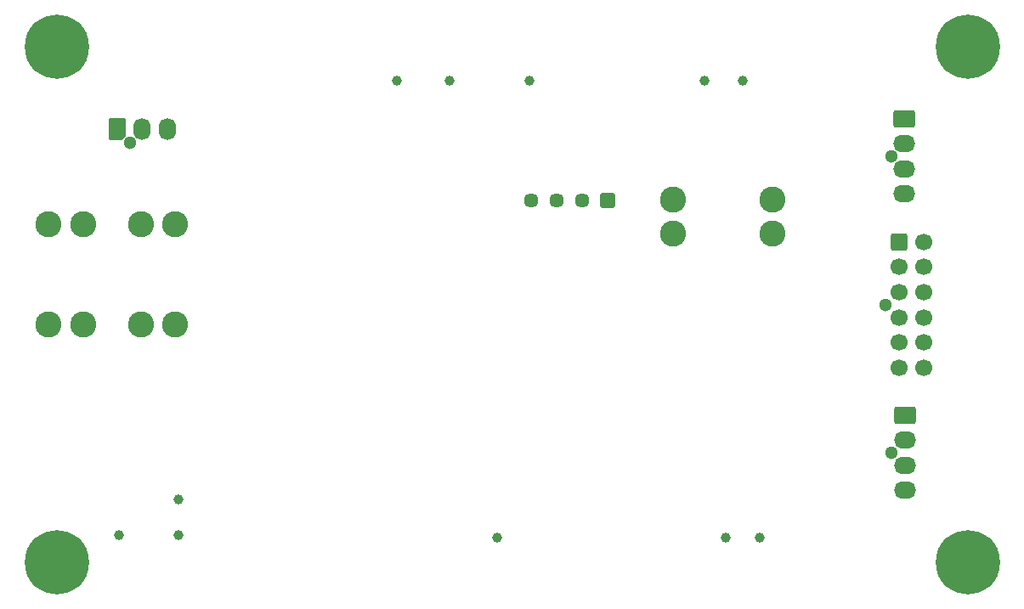
<source format=gbr>
%TF.GenerationSoftware,KiCad,Pcbnew,9.0.4*%
%TF.CreationDate,2025-10-24T20:40:39-05:00*%
%TF.ProjectId,ActivePrecharge RevB,41637469-7665-4507-9265-636861726765,rev?*%
%TF.SameCoordinates,Original*%
%TF.FileFunction,Soldermask,Bot*%
%TF.FilePolarity,Negative*%
%FSLAX46Y46*%
G04 Gerber Fmt 4.6, Leading zero omitted, Abs format (unit mm)*
G04 Created by KiCad (PCBNEW 9.0.4) date 2025-10-24 20:40:39*
%MOMM*%
%LPD*%
G01*
G04 APERTURE LIST*
G04 Aperture macros list*
%AMRoundRect*
0 Rectangle with rounded corners*
0 $1 Rounding radius*
0 $2 $3 $4 $5 $6 $7 $8 $9 X,Y pos of 4 corners*
0 Add a 4 corners polygon primitive as box body*
4,1,4,$2,$3,$4,$5,$6,$7,$8,$9,$2,$3,0*
0 Add four circle primitives for the rounded corners*
1,1,$1+$1,$2,$3*
1,1,$1+$1,$4,$5*
1,1,$1+$1,$6,$7*
1,1,$1+$1,$8,$9*
0 Add four rect primitives between the rounded corners*
20,1,$1+$1,$2,$3,$4,$5,0*
20,1,$1+$1,$4,$5,$6,$7,0*
20,1,$1+$1,$6,$7,$8,$9,0*
20,1,$1+$1,$8,$9,$2,$3,0*%
%AMFreePoly0*
4,1,22,0.945671,0.830970,1.026777,0.776777,1.080970,0.695671,1.100000,0.600000,1.100000,-0.600000,1.080970,-0.695671,1.026777,-0.776777,0.945671,-0.830970,0.850000,-0.850000,-0.596447,-0.850000,-0.692118,-0.830970,-0.773224,-0.776777,-1.026777,-0.523224,-1.080970,-0.442118,-1.100000,-0.346447,-1.100000,0.600000,-1.080970,0.695671,-1.026777,0.776777,-0.945671,0.830970,-0.850000,0.850000,
0.850000,0.850000,0.945671,0.830970,0.945671,0.830970,$1*%
G04 Aperture macros list end*
%ADD10C,1.300000*%
%ADD11RoundRect,0.250000X-0.850000X-0.600000X0.850000X-0.600000X0.850000X0.600000X-0.850000X0.600000X0*%
%ADD12O,2.200000X1.700000*%
%ADD13C,1.000000*%
%ADD14C,2.604000*%
%ADD15RoundRect,0.250000X-0.600000X-0.600000X0.600000X-0.600000X0.600000X0.600000X-0.600000X0.600000X0*%
%ADD16C,1.700000*%
%ADD17C,3.600000*%
%ADD18C,6.400000*%
%ADD19RoundRect,0.102000X0.625000X0.625000X-0.625000X0.625000X-0.625000X-0.625000X0.625000X-0.625000X0*%
%ADD20C,1.454000*%
%ADD21FreePoly0,90.000000*%
%ADD22O,1.700000X2.200000*%
G04 APERTURE END LIST*
D10*
%TO.C,MainCont*%
X187012120Y-104064880D03*
D11*
X188352120Y-100314880D03*
D12*
X188352120Y-102814880D03*
X188352120Y-105314880D03*
X188352120Y-107814880D03*
%TD*%
D13*
%TO.C,LVGND*%
X173950000Y-112500000D03*
%TD*%
D14*
%TO.C,F2*%
X115650000Y-81330000D03*
X112250000Y-81330000D03*
X115650000Y-91250000D03*
X112250000Y-91250000D03*
%TD*%
D13*
%TO.C,V1*%
X172200000Y-67000000D03*
%TD*%
D10*
%TO.C,Export*%
X186447120Y-89314880D03*
D15*
X187787120Y-83064880D03*
D16*
X187787120Y-85564880D03*
X187787120Y-88064880D03*
X187787120Y-90564880D03*
X187787120Y-93064880D03*
X187787120Y-95564880D03*
X190287120Y-83064880D03*
X190287120Y-85564880D03*
X190287120Y-88064880D03*
X190287120Y-90564880D03*
X190287120Y-93064880D03*
X190287120Y-95564880D03*
%TD*%
D17*
%TO.C,H4*%
X194660000Y-115000000D03*
D18*
X194660000Y-115000000D03*
%TD*%
D14*
%TO.C,F1*%
X106478633Y-81325000D03*
X103078633Y-81325000D03*
X106478633Y-91245000D03*
X103078633Y-91245000D03*
%TD*%
D13*
%TO.C,3V3*%
X168400000Y-67000000D03*
%TD*%
%TO.C,REG_3V3*%
X143050000Y-67000000D03*
%TD*%
%TO.C,HV+*%
X116000000Y-112250000D03*
%TD*%
%TO.C,HV-*%
X116000000Y-108750000D03*
%TD*%
%TO.C,ISO_5V*%
X151000000Y-67000000D03*
%TD*%
D17*
%TO.C,H1*%
X103850000Y-63600000D03*
D18*
X103850000Y-63600000D03*
%TD*%
D19*
%TO.C,PS1*%
X158740000Y-78925000D03*
D20*
X156200000Y-78925000D03*
X153660000Y-78925000D03*
X151120000Y-78925000D03*
%TD*%
D14*
%TO.C,F3*%
X165290000Y-78800000D03*
X165290000Y-82200000D03*
X175210000Y-78800000D03*
X175210000Y-82200000D03*
%TD*%
D13*
%TO.C,Vin2*%
X147750000Y-112500000D03*
%TD*%
%TO.C,HVGND*%
X110050000Y-112250000D03*
%TD*%
%TO.C,V2*%
X170500000Y-112500000D03*
%TD*%
D10*
%TO.C,HVConnector*%
X111150000Y-73165000D03*
D21*
X109900000Y-71825000D03*
D22*
X112400000Y-71825000D03*
X114900000Y-71825000D03*
%TD*%
D17*
%TO.C,H2*%
X194660000Y-63600000D03*
D18*
X194660000Y-63600000D03*
%TD*%
D10*
%TO.C,PreCont*%
X187002120Y-74504880D03*
D11*
X188342120Y-70754880D03*
D12*
X188342120Y-73254880D03*
X188342120Y-75754880D03*
X188342120Y-78254880D03*
%TD*%
D17*
%TO.C,H3*%
X103850000Y-115000000D03*
D18*
X103850000Y-115000000D03*
%TD*%
D13*
%TO.C,Vin1*%
X137800000Y-67000000D03*
%TD*%
M02*

</source>
